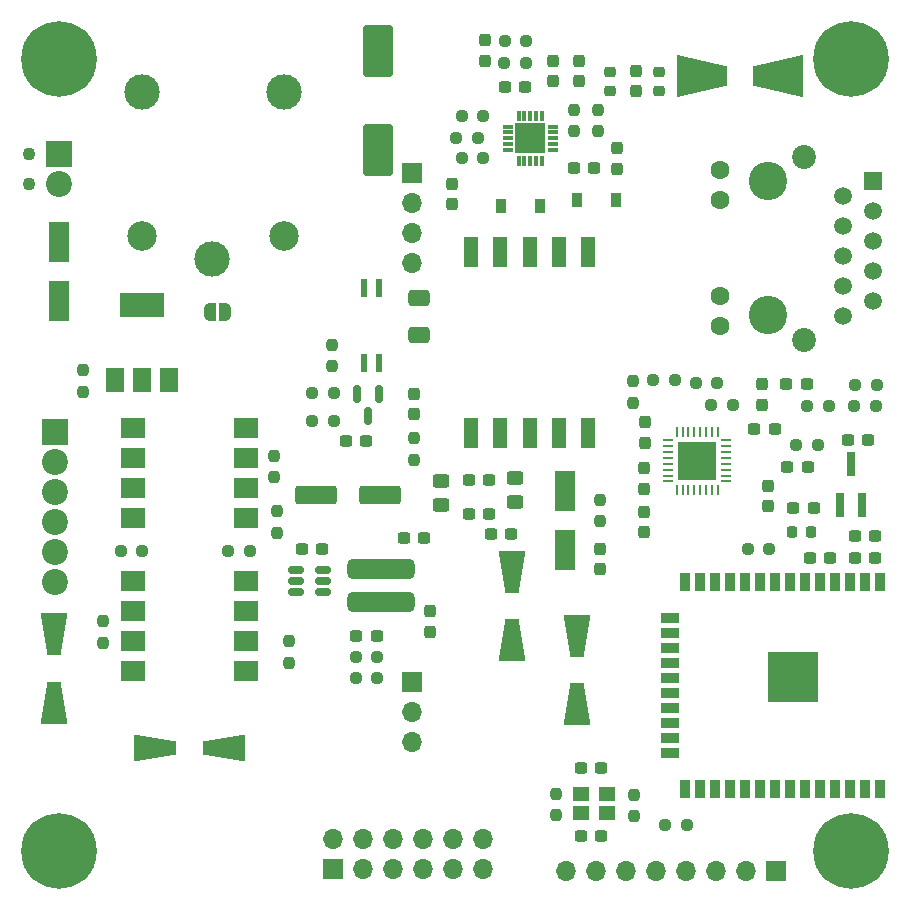
<source format=gbr>
%TF.GenerationSoftware,KiCad,Pcbnew,(7.0.0)*%
%TF.CreationDate,2023-03-14T22:36:42+01:00*%
%TF.ProjectId,Zamkonator,5a616d6b-6f6e-4617-946f-722e6b696361,rev?*%
%TF.SameCoordinates,Original*%
%TF.FileFunction,Soldermask,Top*%
%TF.FilePolarity,Negative*%
%FSLAX46Y46*%
G04 Gerber Fmt 4.6, Leading zero omitted, Abs format (unit mm)*
G04 Created by KiCad (PCBNEW (7.0.0)) date 2023-03-14 22:36:42*
%MOMM*%
%LPD*%
G01*
G04 APERTURE LIST*
G04 Aperture macros list*
%AMRoundRect*
0 Rectangle with rounded corners*
0 $1 Rounding radius*
0 $2 $3 $4 $5 $6 $7 $8 $9 X,Y pos of 4 corners*
0 Add a 4 corners polygon primitive as box body*
4,1,4,$2,$3,$4,$5,$6,$7,$8,$9,$2,$3,0*
0 Add four circle primitives for the rounded corners*
1,1,$1+$1,$2,$3*
1,1,$1+$1,$4,$5*
1,1,$1+$1,$6,$7*
1,1,$1+$1,$8,$9*
0 Add four rect primitives between the rounded corners*
20,1,$1+$1,$2,$3,$4,$5,0*
20,1,$1+$1,$4,$5,$6,$7,0*
20,1,$1+$1,$6,$7,$8,$9,0*
20,1,$1+$1,$8,$9,$2,$3,0*%
%AMOutline4P*
0 Free polygon, 4 corners , with rotation*
0 The origin of the aperture is its center*
0 number of corners: always 4*
0 $1 to $8 corner X, Y*
0 $9 Rotation angle, in degrees counterclockwise*
0 create outline with 4 corners*
4,1,4,$1,$2,$3,$4,$5,$6,$7,$8,$1,$2,$9*%
%AMFreePoly0*
4,1,19,0.500000,-0.750000,0.000000,-0.750000,0.000000,-0.744911,-0.071157,-0.744911,-0.207708,-0.704816,-0.327430,-0.627875,-0.420627,-0.520320,-0.479746,-0.390866,-0.500000,-0.250000,-0.500000,0.250000,-0.479746,0.390866,-0.420627,0.520320,-0.327430,0.627875,-0.207708,0.704816,-0.071157,0.744911,0.000000,0.744911,0.000000,0.750000,0.500000,0.750000,0.500000,-0.750000,0.500000,-0.750000,
$1*%
%AMFreePoly1*
4,1,19,0.000000,0.744911,0.071157,0.744911,0.207708,0.704816,0.327430,0.627875,0.420627,0.520320,0.479746,0.390866,0.500000,0.250000,0.500000,-0.250000,0.479746,-0.390866,0.420627,-0.520320,0.327430,-0.627875,0.207708,-0.704816,0.071157,-0.744911,0.000000,-0.744911,0.000000,-0.750000,-0.500000,-0.750000,-0.500000,0.750000,0.000000,0.750000,0.000000,0.744911,0.000000,0.744911,
$1*%
G04 Aperture macros list end*
%ADD10C,3.000000*%
%ADD11C,2.500000*%
%ADD12C,3.250000*%
%ADD13R,1.500000X1.500000*%
%ADD14C,1.500000*%
%ADD15C,1.600000*%
%ADD16C,2.029000*%
%ADD17Outline4P,-1.800000X-1.150000X1.800000X-0.550000X1.800000X0.550000X-1.800000X1.150000X270.000000*%
%ADD18Outline4P,-1.800000X-1.150000X1.800000X-0.550000X1.800000X0.550000X-1.800000X1.150000X90.000000*%
%ADD19RoundRect,0.237500X-0.250000X-0.237500X0.250000X-0.237500X0.250000X0.237500X-0.250000X0.237500X0*%
%ADD20RoundRect,0.237500X0.250000X0.237500X-0.250000X0.237500X-0.250000X-0.237500X0.250000X-0.237500X0*%
%ADD21RoundRect,0.237500X-0.300000X-0.237500X0.300000X-0.237500X0.300000X0.237500X-0.300000X0.237500X0*%
%ADD22RoundRect,0.218750X0.256250X-0.218750X0.256250X0.218750X-0.256250X0.218750X-0.256250X-0.218750X0*%
%ADD23RoundRect,0.237500X-0.237500X0.300000X-0.237500X-0.300000X0.237500X-0.300000X0.237500X0.300000X0*%
%ADD24R,1.800000X3.500000*%
%ADD25C,0.800000*%
%ADD26C,6.400000*%
%ADD27R,1.700000X1.700000*%
%ADD28O,1.700000X1.700000*%
%ADD29RoundRect,0.062500X-0.062500X0.375000X-0.062500X-0.375000X0.062500X-0.375000X0.062500X0.375000X0*%
%ADD30RoundRect,0.062500X-0.375000X0.062500X-0.375000X-0.062500X0.375000X-0.062500X0.375000X0.062500X0*%
%ADD31R,3.300000X3.300000*%
%ADD32RoundRect,0.237500X0.300000X0.237500X-0.300000X0.237500X-0.300000X-0.237500X0.300000X-0.237500X0*%
%ADD33RoundRect,0.250000X1.000000X-1.950000X1.000000X1.950000X-1.000000X1.950000X-1.000000X-1.950000X0*%
%ADD34RoundRect,0.237500X0.237500X-0.250000X0.237500X0.250000X-0.237500X0.250000X-0.237500X-0.250000X0*%
%ADD35RoundRect,0.218750X0.218750X0.256250X-0.218750X0.256250X-0.218750X-0.256250X0.218750X-0.256250X0*%
%ADD36RoundRect,0.250000X-0.450000X0.325000X-0.450000X-0.325000X0.450000X-0.325000X0.450000X0.325000X0*%
%ADD37RoundRect,0.237500X-0.237500X0.250000X-0.237500X-0.250000X0.237500X-0.250000X0.237500X0.250000X0*%
%ADD38R,0.650000X2.000000*%
%ADD39R,0.900000X1.200000*%
%ADD40Outline4P,-2.150000X-1.800000X2.150000X-0.800000X2.150000X0.800000X-2.150000X1.800000X180.000000*%
%ADD41Outline4P,-2.150000X-1.800000X2.150000X-0.800000X2.150000X0.800000X-2.150000X1.800000X0.000000*%
%ADD42C,1.100000*%
%ADD43R,2.200000X2.200000*%
%ADD44C,2.200000*%
%ADD45R,1.400000X1.150000*%
%ADD46R,1.500000X2.000000*%
%ADD47R,3.800000X2.000000*%
%ADD48FreePoly0,0.000000*%
%ADD49FreePoly1,0.000000*%
%ADD50R,2.000000X1.780000*%
%ADD51RoundRect,0.237500X0.237500X-0.300000X0.237500X0.300000X-0.237500X0.300000X-0.237500X-0.300000X0*%
%ADD52RoundRect,0.007800X-0.122200X0.412200X-0.122200X-0.412200X0.122200X-0.412200X0.122200X0.412200X0*%
%ADD53RoundRect,0.007800X-0.412200X-0.122200X0.412200X-0.122200X0.412200X0.122200X-0.412200X0.122200X0*%
%ADD54R,2.600000X2.600000*%
%ADD55Outline4P,-1.800000X-1.150000X1.800000X-0.550000X1.800000X0.550000X-1.800000X1.150000X0.000000*%
%ADD56Outline4P,-1.800000X-1.150000X1.800000X-0.550000X1.800000X0.550000X-1.800000X1.150000X180.000000*%
%ADD57RoundRect,0.250000X-1.500000X-0.550000X1.500000X-0.550000X1.500000X0.550000X-1.500000X0.550000X0*%
%ADD58RoundRect,0.250000X-0.650000X0.412500X-0.650000X-0.412500X0.650000X-0.412500X0.650000X0.412500X0*%
%ADD59R,0.600000X1.500000*%
%ADD60R,0.900000X1.500000*%
%ADD61R,1.500000X0.900000*%
%ADD62R,4.200000X4.200000*%
%ADD63RoundRect,0.150000X-0.512500X-0.150000X0.512500X-0.150000X0.512500X0.150000X-0.512500X0.150000X0*%
%ADD64R,1.270000X2.540000*%
%ADD65RoundRect,0.150000X-0.150000X0.587500X-0.150000X-0.587500X0.150000X-0.587500X0.150000X0.587500X0*%
%ADD66RoundRect,0.425000X2.425000X-0.425000X2.425000X0.425000X-2.425000X0.425000X-2.425000X-0.425000X0*%
G04 APERTURE END LIST*
D10*
%TO.C,K1*%
X16950000Y-20950000D03*
D11*
X23000000Y-19000000D03*
D10*
X23000000Y-6800000D03*
X10950000Y-6750000D03*
D11*
X11000000Y-19000000D03*
%TD*%
D12*
%TO.C,RJ1*%
X64000000Y-14300000D03*
X64000000Y-25700000D03*
D13*
X72889999Y-14284999D03*
D14*
X70350000Y-15555000D03*
X72890000Y-16825000D03*
X70350000Y-18095000D03*
X72890000Y-19365000D03*
X70350000Y-20635000D03*
X72890000Y-21905000D03*
X70350000Y-23175000D03*
X72890000Y-24445000D03*
X70350000Y-25715000D03*
D15*
X59910000Y-13371000D03*
X59910000Y-15911000D03*
X59910000Y-24089000D03*
X59910000Y-26629000D03*
D16*
X67048000Y-12253000D03*
X67048000Y-27747000D03*
%TD*%
D17*
%TO.C,D7*%
X47800000Y-52800000D03*
D18*
X47800000Y-58600000D03*
%TD*%
D19*
%TO.C,R12*%
X37587500Y-10650000D03*
X39412500Y-10650000D03*
%TD*%
D18*
%TO.C,D6*%
X42300000Y-53200000D03*
D17*
X42300000Y-47400000D03*
%TD*%
D20*
%TO.C,R15*%
X43512500Y-2500000D03*
X41687500Y-2500000D03*
%TD*%
D21*
%TO.C,C32*%
X71337500Y-44400000D03*
X73062500Y-44400000D03*
%TD*%
D22*
%TO.C,L3*%
X54800000Y-6655000D03*
X54800000Y-5080000D03*
%TD*%
D19*
%TO.C,R23*%
X29087500Y-56400000D03*
X30912500Y-56400000D03*
%TD*%
%TO.C,R13*%
X41657500Y-4356165D03*
X43482500Y-4356165D03*
%TD*%
D18*
%TO.C,D8*%
X3500000Y-58500000D03*
D17*
X3500000Y-52700000D03*
%TD*%
D21*
%TO.C,C9*%
X62837500Y-35300000D03*
X64562500Y-35300000D03*
%TD*%
D23*
%TO.C,C8*%
X64000000Y-40137500D03*
X64000000Y-41862500D03*
%TD*%
D21*
%TO.C,C17*%
X47537500Y-13200000D03*
X49262500Y-13200000D03*
%TD*%
D23*
%TO.C,C21*%
X34000000Y-32337500D03*
X34000000Y-34062500D03*
%TD*%
D20*
%TO.C,R28*%
X20112500Y-45600000D03*
X18287500Y-45600000D03*
%TD*%
D24*
%TO.C,D5*%
X46799999Y-45549999D03*
X46799999Y-40549999D03*
%TD*%
D23*
%TO.C,C6*%
X53600000Y-34737500D03*
X53600000Y-36462500D03*
%TD*%
%TO.C,C24*%
X49800000Y-45437500D03*
X49800000Y-47162500D03*
%TD*%
%TO.C,C15*%
X40000000Y-2387500D03*
X40000000Y-4112500D03*
%TD*%
D25*
%TO.C,H3*%
X1600000Y-71000000D03*
X5697056Y-69302944D03*
X2302944Y-69302944D03*
X2302944Y-72697056D03*
D26*
X4000000Y-71000000D03*
D25*
X4000000Y-73400000D03*
X6400000Y-71000000D03*
X4000000Y-68600000D03*
X5697056Y-72697056D03*
%TD*%
D23*
%TO.C,C18*%
X51200000Y-11537500D03*
X51200000Y-13262500D03*
%TD*%
D27*
%TO.C,J3*%
X64624999Y-72749999D03*
D28*
X62084999Y-72749999D03*
X59544999Y-72749999D03*
X57004999Y-72749999D03*
X54464999Y-72749999D03*
X51924999Y-72749999D03*
X49384999Y-72749999D03*
X46844999Y-72749999D03*
%TD*%
D29*
%TO.C,U1*%
X59750000Y-35562500D03*
X59250000Y-35562500D03*
X58750000Y-35562500D03*
X58250000Y-35562500D03*
X57750000Y-35562500D03*
X57250000Y-35562500D03*
X56750000Y-35562500D03*
X56250000Y-35562500D03*
D30*
X55562500Y-36250000D03*
X55562500Y-36750000D03*
X55562500Y-37250000D03*
X55562500Y-37750000D03*
X55562500Y-38250000D03*
X55562500Y-38750000D03*
X55562500Y-39250000D03*
X55562500Y-39750000D03*
D29*
X56250000Y-40437500D03*
X56750000Y-40437500D03*
X57250000Y-40437500D03*
X57750000Y-40437500D03*
X58250000Y-40437500D03*
X58750000Y-40437500D03*
X59250000Y-40437500D03*
X59750000Y-40437500D03*
D30*
X60437500Y-39750000D03*
X60437500Y-39250000D03*
X60437500Y-38750000D03*
X60437500Y-38250000D03*
X60437500Y-37750000D03*
X60437500Y-37250000D03*
X60437500Y-36750000D03*
X60437500Y-36250000D03*
D31*
X57999999Y-37999999D03*
%TD*%
D32*
%TO.C,C30*%
X30862500Y-52800000D03*
X29137500Y-52800000D03*
%TD*%
D21*
%TO.C,C4*%
X65637500Y-38500000D03*
X67362500Y-38500000D03*
%TD*%
D33*
%TO.C,C14*%
X31000000Y-11700000D03*
X31000000Y-3300000D03*
%TD*%
D34*
%TO.C,R17*%
X27100000Y-30012500D03*
X27100000Y-28187500D03*
%TD*%
D21*
%TO.C,C29*%
X24537500Y-45500000D03*
X26262500Y-45500000D03*
%TD*%
D35*
%TO.C,L1*%
X67587500Y-44000000D03*
X66012500Y-44000000D03*
%TD*%
D20*
%TO.C,R21*%
X27212500Y-34600000D03*
X25387500Y-34600000D03*
%TD*%
D36*
%TO.C,L4*%
X42600000Y-39475000D03*
X42600000Y-41525000D03*
%TD*%
D37*
%TO.C,R16*%
X49600000Y-8287500D03*
X49600000Y-10112500D03*
%TD*%
D21*
%TO.C,C7*%
X66137500Y-42000000D03*
X67862500Y-42000000D03*
%TD*%
%TO.C,C33*%
X71337500Y-46200000D03*
X73062500Y-46200000D03*
%TD*%
D38*
%TO.C,D1*%
X70049999Y-41709999D03*
X71949999Y-41709999D03*
X70999999Y-38289999D03*
%TD*%
D20*
%TO.C,R9*%
X64112500Y-45500000D03*
X62287500Y-45500000D03*
%TD*%
D21*
%TO.C,C16*%
X41707500Y-6356165D03*
X43432500Y-6356165D03*
%TD*%
D37*
%TO.C,R19*%
X49800000Y-41300000D03*
X49800000Y-43125000D03*
%TD*%
D21*
%TO.C,C2*%
X70737500Y-36200000D03*
X72462500Y-36200000D03*
%TD*%
D19*
%TO.C,R11*%
X38075000Y-8800000D03*
X39900000Y-8800000D03*
%TD*%
%TO.C,R4*%
X54287500Y-31200000D03*
X56112500Y-31200000D03*
%TD*%
D39*
%TO.C,D4*%
X44649999Y-16399999D03*
X41349999Y-16399999D03*
%TD*%
D34*
%TO.C,R26*%
X22400000Y-44112500D03*
X22400000Y-42287500D03*
%TD*%
D19*
%TO.C,R5*%
X57887500Y-31400000D03*
X59712500Y-31400000D03*
%TD*%
D37*
%TO.C,R25*%
X52662500Y-66287500D03*
X52662500Y-68112500D03*
%TD*%
D32*
%TO.C,C28*%
X34862500Y-44500000D03*
X33137500Y-44500000D03*
%TD*%
D40*
%TO.C,D2*%
X64800000Y-5400000D03*
D41*
X58400000Y-5400000D03*
%TD*%
D20*
%TO.C,R22*%
X30912500Y-54600000D03*
X29087500Y-54600000D03*
%TD*%
D19*
%TO.C,R10*%
X38075000Y-12400000D03*
X39900000Y-12400000D03*
%TD*%
D42*
%TO.C,J_LATCH1*%
X1460000Y-14540000D03*
X1460000Y-12000000D03*
D43*
X3999999Y-11999999D03*
D44*
X4000000Y-14540000D03*
%TD*%
D19*
%TO.C,R6*%
X59187500Y-33300000D03*
X61012500Y-33300000D03*
%TD*%
D34*
%TO.C,R29*%
X7700000Y-53412500D03*
X7700000Y-51587500D03*
%TD*%
D45*
%TO.C,X1*%
X48149999Y-67849999D03*
X50349999Y-67849999D03*
X50349999Y-66249999D03*
X48149999Y-66249999D03*
%TD*%
D46*
%TO.C,Q1*%
X8699999Y-31149999D03*
X10999999Y-31149999D03*
D47*
X10999999Y-24849999D03*
D46*
X13299999Y-31149999D03*
%TD*%
D48*
%TO.C,JP2*%
X16750000Y-25400000D03*
D49*
X18050000Y-25400000D03*
%TD*%
D37*
%TO.C,R24*%
X46062500Y-66187500D03*
X46062500Y-68012500D03*
%TD*%
D39*
%TO.C,D3*%
X51149999Y-15899999D03*
X47849999Y-15899999D03*
%TD*%
D50*
%TO.C,U7*%
X19764999Y-42809999D03*
X19764999Y-40269999D03*
X19764999Y-37729999D03*
X19764999Y-35189999D03*
X10234999Y-35189999D03*
X10234999Y-37729999D03*
X10234999Y-40269999D03*
X10234999Y-42809999D03*
%TD*%
D34*
%TO.C,R32*%
X6000000Y-32162500D03*
X6000000Y-30337500D03*
%TD*%
D23*
%TO.C,C19*%
X37200000Y-14537500D03*
X37200000Y-16262500D03*
%TD*%
D19*
%TO.C,R2*%
X71387500Y-31600000D03*
X73212500Y-31600000D03*
%TD*%
D51*
%TO.C,C31*%
X35400000Y-52462500D03*
X35400000Y-50737500D03*
%TD*%
D19*
%TO.C,R20*%
X25387500Y-32300000D03*
X27212500Y-32300000D03*
%TD*%
%TO.C,R8*%
X66387500Y-36700000D03*
X68212500Y-36700000D03*
%TD*%
D25*
%TO.C,H4*%
X1600000Y-4000000D03*
X6400000Y-4000000D03*
X5697056Y-2302944D03*
X4000000Y-1600000D03*
X5697056Y-5697056D03*
D26*
X4000000Y-4000000D03*
D25*
X4000000Y-6400000D03*
X2302944Y-2302944D03*
X2302944Y-5697056D03*
%TD*%
D34*
%TO.C,R27*%
X22200000Y-39412500D03*
X22200000Y-37587500D03*
%TD*%
D21*
%TO.C,C35*%
X48137500Y-69800000D03*
X49862500Y-69800000D03*
%TD*%
D20*
%TO.C,R7*%
X69112500Y-33400000D03*
X67287500Y-33400000D03*
%TD*%
D52*
%TO.C,U2*%
X44870000Y-8771165D03*
X44370000Y-8771165D03*
X43870000Y-8771165D03*
X43370000Y-8771165D03*
X42870000Y-8771165D03*
D53*
X41935000Y-9706165D03*
X41935000Y-10206165D03*
X41935000Y-10706165D03*
X41935000Y-11206165D03*
X41935000Y-11706165D03*
D52*
X42870000Y-12641165D03*
X43370000Y-12641165D03*
X43870000Y-12641165D03*
X44370000Y-12641165D03*
X44870000Y-12641165D03*
D53*
X45805000Y-11706165D03*
X45805000Y-11206165D03*
X45805000Y-10706165D03*
X45805000Y-10206165D03*
X45805000Y-9706165D03*
D54*
X43869999Y-10706164D03*
%TD*%
D21*
%TO.C,C22*%
X28237500Y-36300000D03*
X29962500Y-36300000D03*
%TD*%
D37*
%TO.C,R14*%
X47600000Y-8287500D03*
X47600000Y-10112500D03*
%TD*%
D55*
%TO.C,D9*%
X12100000Y-62300000D03*
D56*
X17900000Y-62300000D03*
%TD*%
D25*
%TO.C,H2*%
X72697056Y-69302944D03*
X68600000Y-71000000D03*
X71000000Y-73400000D03*
X72697056Y-72697056D03*
D26*
X71000000Y-71000000D03*
D25*
X71000000Y-68600000D03*
X69302944Y-69302944D03*
X69302944Y-72697056D03*
X73400000Y-71000000D03*
%TD*%
D32*
%TO.C,C23*%
X42262500Y-44200000D03*
X40537500Y-44200000D03*
%TD*%
D20*
%TO.C,R31*%
X11012500Y-45600000D03*
X9187500Y-45600000D03*
%TD*%
D51*
%TO.C,C13*%
X45800000Y-5862500D03*
X45800000Y-4137500D03*
%TD*%
D23*
%TO.C,C10*%
X53500000Y-42337500D03*
X53500000Y-44062500D03*
%TD*%
D36*
%TO.C,L5*%
X36300000Y-39675000D03*
X36300000Y-41725000D03*
%TD*%
D32*
%TO.C,C34*%
X69262500Y-46200000D03*
X67537500Y-46200000D03*
%TD*%
D51*
%TO.C,C5*%
X63500000Y-33262500D03*
X63500000Y-31537500D03*
%TD*%
D50*
%TO.C,U8*%
X10234999Y-48189999D03*
X10234999Y-50729999D03*
X10234999Y-53269999D03*
X10234999Y-55809999D03*
X19764999Y-55809999D03*
X19764999Y-53269999D03*
X19764999Y-50729999D03*
X19764999Y-48189999D03*
%TD*%
D27*
%TO.C,J4*%
X27149999Y-72524999D03*
D28*
X27149999Y-69984999D03*
X29689999Y-72524999D03*
X29689999Y-69984999D03*
X32229999Y-72524999D03*
X32229999Y-69984999D03*
X34769999Y-72524999D03*
X34769999Y-69984999D03*
X37309999Y-72524999D03*
X37309999Y-69984999D03*
X39849999Y-72524999D03*
X39849999Y-69984999D03*
%TD*%
D24*
%TO.C,D10*%
X3999999Y-24499999D03*
X3999999Y-19499999D03*
%TD*%
D57*
%TO.C,C27*%
X25700000Y-40900000D03*
X31100000Y-40900000D03*
%TD*%
D22*
%TO.C,L2*%
X50600000Y-6655000D03*
X50600000Y-5080000D03*
%TD*%
D34*
%TO.C,R30*%
X23400000Y-55112500D03*
X23400000Y-53287500D03*
%TD*%
D37*
%TO.C,R3*%
X52600000Y-31287500D03*
X52600000Y-33112500D03*
%TD*%
D58*
%TO.C,C20*%
X34400000Y-24237500D03*
X34400000Y-27362500D03*
%TD*%
D34*
%TO.C,R18*%
X34000000Y-37912500D03*
X34000000Y-36087500D03*
%TD*%
D59*
%TO.C,U3*%
X29764999Y-29712499D03*
X31034999Y-29712499D03*
X31034999Y-23362499D03*
X29764999Y-23362499D03*
%TD*%
D21*
%TO.C,C3*%
X65537500Y-31500000D03*
X67262500Y-31500000D03*
%TD*%
D19*
%TO.C,R33*%
X55287500Y-68800000D03*
X57112500Y-68800000D03*
%TD*%
D20*
%TO.C,R1*%
X73112500Y-33400000D03*
X71287500Y-33400000D03*
%TD*%
D32*
%TO.C,C25*%
X40362500Y-42500000D03*
X38637500Y-42500000D03*
%TD*%
%TO.C,C26*%
X40362500Y-39600000D03*
X38637500Y-39600000D03*
%TD*%
D60*
%TO.C,U6*%
X73449999Y-48249999D03*
X72179999Y-48249999D03*
X70909999Y-48249999D03*
X69639999Y-48249999D03*
X68369999Y-48249999D03*
X67099999Y-48249999D03*
X65829999Y-48249999D03*
X64559999Y-48249999D03*
X63289999Y-48249999D03*
X62019999Y-48249999D03*
X60749999Y-48249999D03*
X59479999Y-48249999D03*
X58209999Y-48249999D03*
X56939999Y-48249999D03*
D61*
X55689999Y-51289999D03*
X55689999Y-52559999D03*
X55689999Y-53829999D03*
X55689999Y-55099999D03*
X55689999Y-56369999D03*
X55689999Y-57639999D03*
X55689999Y-58909999D03*
X55689999Y-60179999D03*
X55689999Y-61449999D03*
X55689999Y-62719999D03*
D60*
X56939999Y-65749999D03*
X58209999Y-65749999D03*
X59479999Y-65749999D03*
X60749999Y-65749999D03*
X62019999Y-65749999D03*
X63289999Y-65749999D03*
X64559999Y-65749999D03*
X65829999Y-65749999D03*
X67099999Y-65749999D03*
X68369999Y-65749999D03*
X69639999Y-65749999D03*
X70909999Y-65749999D03*
X72179999Y-65749999D03*
X73449999Y-65749999D03*
D25*
X66110000Y-55557500D03*
X66872500Y-54795000D03*
X66872500Y-57845000D03*
X64585000Y-55557500D03*
X65347500Y-56320000D03*
X65347500Y-54795000D03*
X66110000Y-57082500D03*
X64585000Y-57082500D03*
X66872500Y-56320000D03*
X67635000Y-57082500D03*
X65347500Y-57845000D03*
X67635000Y-55557500D03*
D62*
X66109999Y-56319999D03*
%TD*%
D63*
%TO.C,U5*%
X24062500Y-47250000D03*
X24062500Y-48200000D03*
X24062500Y-49150000D03*
X26337500Y-49150000D03*
X26337500Y-48200000D03*
X26337500Y-47250000D03*
%TD*%
D25*
%TO.C,H1*%
X73400000Y-4000000D03*
D26*
X71000000Y-4000000D03*
D25*
X69302944Y-2302944D03*
X72697056Y-2302944D03*
X71000000Y-6400000D03*
X72697056Y-5697056D03*
X68600000Y-4000000D03*
X71000000Y-1600000D03*
X69302944Y-5697056D03*
%TD*%
D27*
%TO.C,J5*%
X33824999Y-13599999D03*
D28*
X33824999Y-16139999D03*
X33824999Y-18679999D03*
X33824999Y-21219999D03*
%TD*%
D23*
%TO.C,C1*%
X53500000Y-38637500D03*
X53500000Y-40362500D03*
%TD*%
D27*
%TO.C,J6*%
X33824999Y-56699999D03*
D28*
X33824999Y-59239999D03*
X33824999Y-61779999D03*
%TD*%
D51*
%TO.C,C12*%
X48010000Y-5862500D03*
X48010000Y-4137500D03*
%TD*%
D43*
%TO.C,J1*%
X3599999Y-35559999D03*
D44*
X3600000Y-38100000D03*
X3600000Y-40640000D03*
X3600000Y-43180000D03*
X3600000Y-45720000D03*
X3600000Y-48260000D03*
%TD*%
D64*
%TO.C,T1*%
X38819999Y-20314999D03*
X41309999Y-20314999D03*
X43799999Y-20314999D03*
X46289999Y-20314999D03*
X48779999Y-20314999D03*
X48779999Y-35684999D03*
X46289999Y-35684999D03*
X43799999Y-35684999D03*
X41309999Y-35684999D03*
X38819999Y-35684999D03*
%TD*%
D65*
%TO.C,U4*%
X31050000Y-32362500D03*
X29150000Y-32362500D03*
X30100000Y-34237500D03*
%TD*%
D51*
%TO.C,C11*%
X52800000Y-6730000D03*
X52800000Y-5005000D03*
%TD*%
D21*
%TO.C,C36*%
X48137500Y-64050000D03*
X49862500Y-64050000D03*
%TD*%
D66*
%TO.C,L6*%
X31200000Y-47200000D03*
X31200000Y-50000000D03*
%TD*%
M02*

</source>
